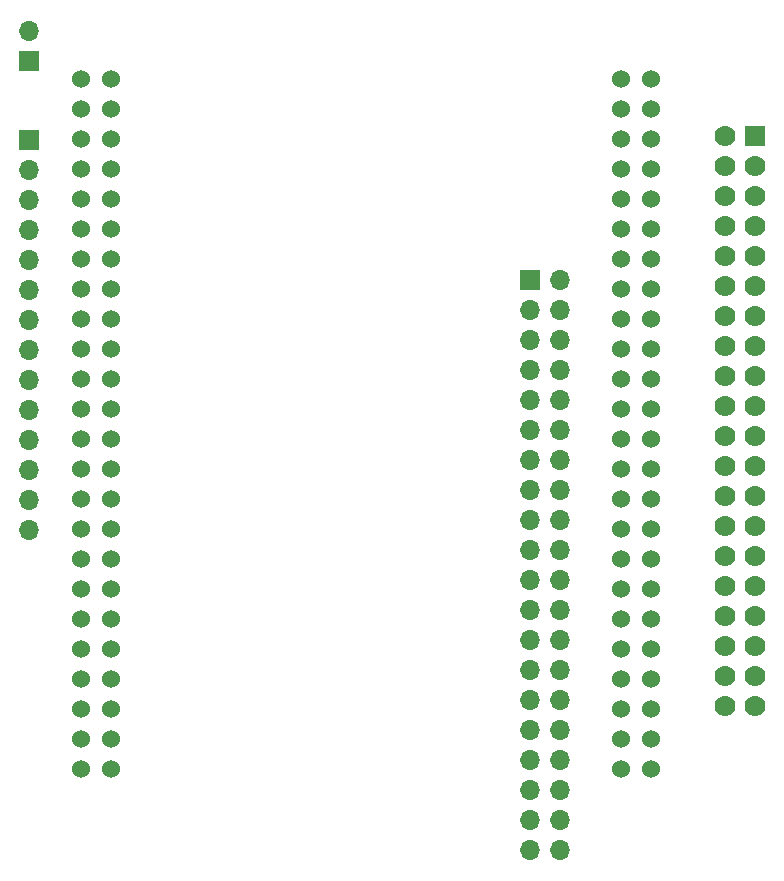
<source format=gts>
G04 #@! TF.FileFunction,Soldermask,Top*
%FSLAX46Y46*%
G04 Gerber Fmt 4.6, Leading zero omitted, Abs format (unit mm)*
G04 Created by KiCad (PCBNEW 4.0.6) date Saturday, October 28, 2017 'PMt' 04:53:39 PM*
%MOMM*%
%LPD*%
G01*
G04 APERTURE LIST*
%ADD10C,0.100000*%
%ADD11R,1.700000X1.700000*%
%ADD12O,1.700000X1.700000*%
%ADD13C,1.524000*%
%ADD14R,1.778000X1.778000*%
%ADD15C,1.778000*%
G04 APERTURE END LIST*
D10*
D11*
X146230000Y-78480000D03*
D12*
X148770000Y-78480000D03*
X146230000Y-81020000D03*
X148770000Y-81020000D03*
X146230000Y-83560000D03*
X148770000Y-83560000D03*
X146230000Y-86100000D03*
X148770000Y-86100000D03*
X146230000Y-88640000D03*
X148770000Y-88640000D03*
X146230000Y-91180000D03*
X148770000Y-91180000D03*
X146230000Y-93720000D03*
X148770000Y-93720000D03*
X146230000Y-96260000D03*
X148770000Y-96260000D03*
X146230000Y-98800000D03*
X148770000Y-98800000D03*
X146230000Y-101340000D03*
X148770000Y-101340000D03*
X146230000Y-103880000D03*
X148770000Y-103880000D03*
X146230000Y-106420000D03*
X148770000Y-106420000D03*
X146230000Y-108960000D03*
X148770000Y-108960000D03*
X146230000Y-111500000D03*
X148770000Y-111500000D03*
X146230000Y-114040000D03*
X148770000Y-114040000D03*
X146230000Y-116580000D03*
X148770000Y-116580000D03*
X146230000Y-119120000D03*
X148770000Y-119120000D03*
X146230000Y-121660000D03*
X148770000Y-121660000D03*
X146230000Y-124200000D03*
X148770000Y-124200000D03*
X146230000Y-126740000D03*
X148770000Y-126740000D03*
D13*
X153960000Y-102110000D03*
X156500000Y-102110000D03*
X153960000Y-104650000D03*
X156500000Y-104650000D03*
X153960000Y-107190000D03*
X156500000Y-107190000D03*
X153960000Y-109730000D03*
X156500000Y-109730000D03*
X153960000Y-112270000D03*
X156500000Y-112270000D03*
X153960000Y-114810000D03*
X156500000Y-114810000D03*
X153960000Y-117350000D03*
X156500000Y-117350000D03*
X153960000Y-119890000D03*
X156500000Y-119890000D03*
X156500000Y-99570000D03*
X153960000Y-99570000D03*
X156500000Y-97030000D03*
X153960000Y-97030000D03*
X156500000Y-94490000D03*
X153960000Y-94490000D03*
X156500000Y-91950000D03*
X153960000Y-91950000D03*
X156500000Y-89410000D03*
X153960000Y-89410000D03*
X156500000Y-86870000D03*
X153960000Y-86870000D03*
X156500000Y-84330000D03*
X153960000Y-84330000D03*
X156500000Y-81790000D03*
X153960000Y-81790000D03*
X153960000Y-61470000D03*
X156500000Y-61470000D03*
X153960000Y-64010000D03*
X156500000Y-64010000D03*
X153960000Y-66550000D03*
X156500000Y-66550000D03*
X153960000Y-69090000D03*
X156500000Y-69090000D03*
X153960000Y-71630000D03*
X156500000Y-71630000D03*
X153960000Y-74170000D03*
X156500000Y-74170000D03*
X153960000Y-76710000D03*
X156500000Y-76710000D03*
X153960000Y-79250000D03*
X156500000Y-79250000D03*
X110780000Y-79250000D03*
X108240000Y-79250000D03*
X110780000Y-76710000D03*
X108240000Y-76710000D03*
X110780000Y-74170000D03*
X108240000Y-74170000D03*
X110780000Y-71630000D03*
X108240000Y-71630000D03*
X110780000Y-69090000D03*
X108240000Y-69090000D03*
X110780000Y-66550000D03*
X108240000Y-66550000D03*
X110780000Y-64010000D03*
X108240000Y-64010000D03*
X110780000Y-61470000D03*
X108240000Y-61470000D03*
X108240000Y-81790000D03*
X110780000Y-81790000D03*
X108240000Y-84330000D03*
X110780000Y-84330000D03*
X108240000Y-86870000D03*
X110780000Y-86870000D03*
X108240000Y-89410000D03*
X110780000Y-89410000D03*
X108240000Y-91950000D03*
X110780000Y-91950000D03*
X108240000Y-94490000D03*
X110780000Y-94490000D03*
X108240000Y-97030000D03*
X110780000Y-97030000D03*
X108240000Y-99570000D03*
X110780000Y-99570000D03*
X110780000Y-119890000D03*
X108240000Y-119890000D03*
X110780000Y-117350000D03*
X108240000Y-117350000D03*
X110780000Y-114810000D03*
X108240000Y-114810000D03*
X110780000Y-112270000D03*
X108240000Y-112270000D03*
X110780000Y-109730000D03*
X108240000Y-109730000D03*
X110780000Y-107190000D03*
X108240000Y-107190000D03*
X110780000Y-104650000D03*
X108240000Y-104650000D03*
X110780000Y-102110000D03*
X108240000Y-102110000D03*
D14*
X165280000Y-66300000D03*
D15*
X162740000Y-66300000D03*
X165280000Y-68840000D03*
X162740000Y-68840000D03*
X165280000Y-71380000D03*
X162740000Y-71380000D03*
X165280000Y-73920000D03*
X162740000Y-73920000D03*
X165280000Y-76460000D03*
X162740000Y-76460000D03*
X165280000Y-79000000D03*
X162740000Y-79000000D03*
X165280000Y-81540000D03*
X162740000Y-81540000D03*
X165280000Y-84080000D03*
X162740000Y-84080000D03*
X165280000Y-86620000D03*
X162740000Y-86620000D03*
X165280000Y-89160000D03*
X162740000Y-89160000D03*
X165280000Y-91700000D03*
X162740000Y-91700000D03*
X165280000Y-94240000D03*
X162740000Y-94240000D03*
X165280000Y-96780000D03*
X162740000Y-96780000D03*
X165280000Y-99320000D03*
X162740000Y-99320000D03*
X165280000Y-101860000D03*
X162740000Y-101860000D03*
X165280000Y-104400000D03*
X162740000Y-104400000D03*
X165280000Y-106940000D03*
X162740000Y-106940000D03*
X165280000Y-109480000D03*
X162740000Y-109480000D03*
X165280000Y-112020000D03*
X162740000Y-112020000D03*
X165280000Y-114560000D03*
X162740000Y-114560000D03*
D11*
X103790000Y-59950000D03*
D12*
X103790000Y-57410000D03*
D11*
X103850000Y-66600000D03*
D12*
X103850000Y-69140000D03*
X103850000Y-71680000D03*
X103850000Y-74220000D03*
X103850000Y-76760000D03*
X103850000Y-79300000D03*
X103850000Y-81840000D03*
X103850000Y-84380000D03*
X103850000Y-86920000D03*
X103850000Y-89460000D03*
X103850000Y-92000000D03*
X103850000Y-94540000D03*
X103850000Y-97080000D03*
X103850000Y-99620000D03*
M02*

</source>
